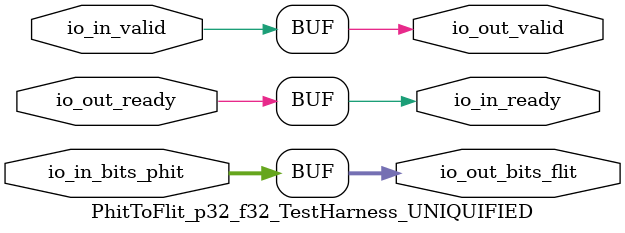
<source format=sv>
module PhitToFlit_p32_f32_TestHarness_UNIQUIFIED(	// @[generators/testchipip/src/main/scala/serdes/Serdes.scala:103:7]
  output        io_in_ready,	// @[generators/testchipip/src/main/scala/serdes/Serdes.scala:105:14]
  input         io_in_valid,	// @[generators/testchipip/src/main/scala/serdes/Serdes.scala:105:14]
  input  [31:0] io_in_bits_phit,	// @[generators/testchipip/src/main/scala/serdes/Serdes.scala:105:14]
  input         io_out_ready,	// @[generators/testchipip/src/main/scala/serdes/Serdes.scala:105:14]
  output        io_out_valid,	// @[generators/testchipip/src/main/scala/serdes/Serdes.scala:105:14]
  output [31:0] io_out_bits_flit	// @[generators/testchipip/src/main/scala/serdes/Serdes.scala:105:14]
);

  assign io_in_ready = io_out_ready;	// @[generators/testchipip/src/main/scala/serdes/Serdes.scala:103:7]
  assign io_out_valid = io_in_valid;	// @[generators/testchipip/src/main/scala/serdes/Serdes.scala:103:7]
  assign io_out_bits_flit = io_in_bits_phit;	// @[generators/testchipip/src/main/scala/serdes/Serdes.scala:103:7]
endmodule


</source>
